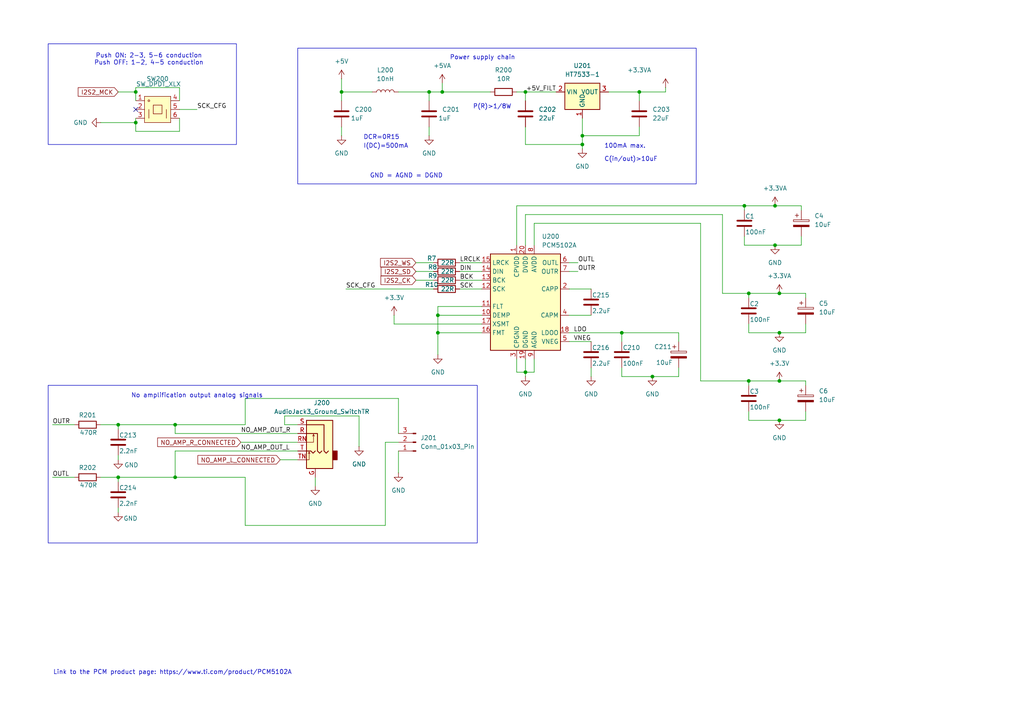
<source format=kicad_sch>
(kicad_sch (version 20231120) (generator "eeschema") (generator_version "8.0")
  (paper "A4")
  (lib_symbols
    (symbol "Audio:PCM5102A"
      (property "Reference" "U" (at -10.16 13.97 0))
      (property "Value" "PCM5102A" (at 3.81 13.97 0))
      (symbol "PCM5102A_0_1"
        (rectangle (start -10.16 12.7) (end 10.16 -15.24) (stroke (width 0.254)) (fill (type background)))
      )
      (symbol "PCM5102A_1_1"
        (pin passive line (at -2.54 15.24 270) (length 2.54) (name "CPVDD") (number "1"))
        (pin input line (at -12.7 -5.08 0) (length 2.54) (name "DEMP") (number "10"))
        (pin input line (at -12.7 -2.54 0) (length 2.54) (name "FLT") (number "11"))
        (pin input line (at -12.7 2.54 0) (length 2.54) (name "SCK") (number "12"))
        (pin input line (at -12.7 5.08 0) (length 2.54) (name "BCK") (number "13"))
        (pin input line (at -12.7 7.62 0) (length 2.54) (name "DIN") (number "14"))
        (pin input line (at -12.7 10.16 0) (length 2.54) (name "LRCK") (number "15"))
        (pin input line (at -12.7 -10.16 0) (length 2.54) (name "FMT") (number "16"))
        (pin input line (at -12.7 -7.62 0) (length 2.54) (name "XSMT") (number "17"))
        (pin passive line (at 12.7 -10.16 180) (length 2.54) (name "LDOO") (number "18"))
        (pin power_in line (at 0 -17.78 90) (length 2.54) (name "DGND") (number "19"))
        (pin passive line (at 12.7 2.54 180) (length 2.54) (name "CAPP") (number "2"))
        (pin power_in line (at 0 15.24 270) (length 2.54) (name "DVDD") (number "20"))
        (pin power_in line (at -2.54 -17.78 90) (length 2.54) (name "CPGND") (number "3"))
        (pin passive line (at 12.7 -5.08 180) (length 2.54) (name "CAPM") (number "4"))
        (pin passive line (at 12.7 -12.7 180) (length 2.54) (name "VNEG") (number "5"))
        (pin output line (at 12.7 10.16 180) (length 2.54) (name "OUTL") (number "6"))
        (pin output line (at 12.7 7.62 180) (length 2.54) (name "OUTR") (number "7"))
        (pin power_in line (at 2.54 15.24 270) (length 2.54) (name "AVDD") (number "8"))
        (pin power_in line (at 2.54 -17.78 90) (length 2.54) (name "AGND") (number "9"))
      )
    )
    (symbol "Connector:Conn_01x03_Pin" (pin_names (offset 1.016) hide)
      (property "Reference" "J" (at 0 5.08 0))
      (property "Value" "Conn_01x03_Pin" (at 0 -5.08 0))
      (symbol "Conn_01x03_Pin_1_1"
        (polyline (pts (xy 1.27 -2.54) (xy 0.8636 -2.54)) (stroke (width 0.1524)))
        (polyline (pts (xy 1.27 0) (xy 0.8636 0)) (stroke (width 0.1524)))
        (polyline (pts (xy 1.27 2.54) (xy 0.8636 2.54)) (stroke (width 0.1524)))
        (rectangle (start 0.8636 -2.413) (end 0 -2.667) (stroke (width 0.1524)) (fill (type outline)))
        (rectangle (start 0.8636 0.127) (end 0 -0.127) (stroke (width 0.1524)) (fill (type outline)))
        (rectangle (start 0.8636 2.667) (end 0 2.413) (stroke (width 0.1524)) (fill (type outline)))
        (pin passive line (at 5.08 2.54 180) (length 3.81) (name "Pin_1") (number "1"))
        (pin passive line (at 5.08 0 180) (length 3.81) (name "Pin_2") (number "2"))
        (pin passive line (at 5.08 -2.54 180) (length 3.81) (name "Pin_3") (number "3"))
      )
    )
    (symbol "Connector_Audio:AudioJack3_Ground_SwitchTR"
      (property "Reference" "J" (at 0 8.89 0))
      (property "Value" "AudioJack3_Ground_SwitchTR" (at 0 6.35 0))
      (symbol "AudioJack3_Ground_SwitchTR_0_1"
        (rectangle (start -5.08 -5.08) (end -6.35 -7.62) (stroke (width 0.254)) (fill (type outline)))
        (polyline (pts (xy 0.508 -0.254) (xy 0.762 -0.762)))
        (polyline (pts (xy 1.778 -5.334) (xy 2.032 -5.842)))
        (polyline (pts (xy 0 -5.08) (xy 0.635 -5.715) (xy 1.27 -5.08) (xy 2.54 -5.08)) (stroke (width 0.254)))
        (polyline (pts (xy 2.54 -7.62) (xy 1.778 -7.62) (xy 1.778 -5.334) (xy 1.524 -5.842)))
        (polyline (pts (xy 2.54 -2.54) (xy 0.508 -2.54) (xy 0.508 -0.254) (xy 0.254 -0.762)))
        (polyline (pts (xy -1.905 -5.08) (xy -1.27 -5.715) (xy -0.635 -5.08) (xy -0.635 0) (xy 2.54 0)) (stroke (width 0.254)))
        (polyline (pts (xy 2.54 2.54) (xy -2.54 2.54) (xy -2.54 -5.08) (xy -3.175 -5.715) (xy -3.81 -5.08)) (stroke (width 0.254)))
        (rectangle (start 2.54 3.81) (end -5.08 -10.16) (stroke (width 0.254)) (fill (type background)))
      )
      (symbol "AudioJack3_Ground_SwitchTR_1_1"
        (pin passive line (at 0 -12.7 90) (length 2.54) (name "~") (number "G"))
        (pin passive line (at 5.08 0 180) (length 2.54) (name "~") (number "R"))
        (pin passive line (at 5.08 -2.54 180) (length 2.54) (name "~") (number "RN"))
        (pin passive line (at 5.08 2.54 180) (length 2.54) (name "~") (number "S"))
        (pin passive line (at 5.08 -5.08 180) (length 2.54) (name "~") (number "T"))
        (pin passive line (at 5.08 -7.62 180) (length 2.54) (name "~") (number "TN"))
      )
    )
    (symbol "Device:C" (pin_numbers hide) (pin_names (offset 0.254))
      (property "Reference" "C" (at 0.635 2.54 0))
      (property "Value" "C" (at 0.635 -2.54 0))
      (symbol "C_0_1"
        (polyline (pts (xy -2.032 -0.762) (xy 2.032 -0.762)) (stroke (width 0.508)))
        (polyline (pts (xy -2.032 0.762) (xy 2.032 0.762)) (stroke (width 0.508)))
      )
      (symbol "C_1_1"
        (pin passive line (at 0 3.81 270) (length 2.794) (name "~") (number "1"))
        (pin passive line (at 0 -3.81 90) (length 2.794) (name "~") (number "2"))
      )
    )
    (symbol "Device:C_Polarized" (pin_numbers hide) (pin_names (offset 0.254))
      (property "Reference" "C" (at 0.635 2.54 0))
      (property "Value" "C_Polarized" (at 0.635 -2.54 0))
      (symbol "C_Polarized_0_1"
        (rectangle (start -2.286 0.508) (end 2.286 1.016))
        (polyline (pts (xy -1.778 2.286) (xy -0.762 2.286)))
        (polyline (pts (xy -1.27 2.794) (xy -1.27 1.778)))
        (rectangle (start 2.286 -0.508) (end -2.286 -1.016) (fill (type outline)))
      )
      (symbol "C_Polarized_1_1"
        (pin passive line (at 0 3.81 270) (length 2.794) (name "~") (number "1"))
        (pin passive line (at 0 -3.81 90) (length 2.794) (name "~") (number "2"))
      )
    )
    (symbol "Device:L" (pin_numbers hide) (pin_names (offset 1.016) hide)
      (property "Reference" "L" (at -1.27 0 90))
      (property "Value" "L" (at 1.905 0 90))
      (symbol "L_0_1"
        (arc (start 0 -2.54) (mid 0.6323 -1.905) (end 0 -1.27))
        (arc (start 0 -1.27) (mid 0.6323 -0.635) (end 0 0))
        (arc (start 0 0) (mid 0.6323 0.635) (end 0 1.27))
        (arc (start 0 1.27) (mid 0.6323 1.905) (end 0 2.54))
      )
      (symbol "L_1_1"
        (pin passive line (at 0 3.81 270) (length 1.27) (name "1") (number "1"))
        (pin passive line (at 0 -3.81 90) (length 1.27) (name "2") (number "2"))
      )
    )
    (symbol "Device:R" (pin_numbers hide) (pin_names (offset 0))
      (property "Reference" "R" (at 2.032 0 90))
      (property "Value" "R" (at 0 0 90))
      (symbol "R_0_1"
        (rectangle (start -1.016 -2.54) (end 1.016 2.54) (stroke (width 0.254)))
      )
      (symbol "R_1_1"
        (pin passive line (at 0 3.81 270) (length 1.27) (name "~") (number "1"))
        (pin passive line (at 0 -3.81 90) (length 1.27) (name "~") (number "2"))
      )
    )
    (symbol "Regulator_Linear:HT75xx-1-SOT89"
      (property "Reference" "U" (at -5.08 -3.81 0))
      (property "Value" "HT75xx-1-SOT89" (at 0 6.35 0))
      (symbol "HT75xx-1-SOT89_0_1"
        (rectangle (start -5.08 5.08) (end 5.08 -2.54) (stroke (width 0.254)) (fill (type background)))
      )
      (symbol "HT75xx-1-SOT89_1_1"
        (pin power_in line (at 0 -5.08 90) (length 2.54) (name "GND") (number "1"))
        (pin power_in line (at -7.62 2.54 0) (length 2.54) (name "VIN") (number "2"))
        (pin power_out line (at 7.62 2.54 180) (length 2.54) (name "VOUT") (number "3"))
      )
    )
    (symbol "power:+3.3V" (power) (pin_numbers hide) (pin_names (offset 0) hide)
      (property "Value" "+3.3V" (at 0 3.556 0))
      (symbol "+3.3V_0_1"
        (polyline (pts (xy -0.762 1.27) (xy 0 2.54)))
        (polyline (pts (xy 0 0) (xy 0 2.54)))
        (polyline (pts (xy 0 2.54) (xy 0.762 1.27)))
      )
      (symbol "+3.3V_1_1"
        (pin power_in line (at 0 0 90) (length 0) (name "~") (number "1"))
      )
    )
    (symbol "power:+3.3VA" (power) (pin_numbers hide) (pin_names (offset 0) hide)
      (property "Value" "+3.3VA" (at 0 3.556 0))
      (symbol "+3.3VA_0_1"
        (polyline (pts (xy -0.762 1.27) (xy 0 2.54)))
        (polyline (pts (xy 0 0) (xy 0 2.54)))
        (polyline (pts (xy 0 2.54) (xy 0.762 1.27)))
      )
      (symbol "+3.3VA_1_1"
        (pin power_in line (at 0 0 90) (length 0) (name "~") (number "1"))
      )
    )
    (symbol "power:+5V" (power) (pin_numbers hide) (pin_names (offset 0) hide)
      (property "Value" "+5V" (at 0 3.556 0))
      (symbol "+5V_0_1"
        (polyline (pts (xy -0.762 1.27) (xy 0 2.54)))
        (polyline (pts (xy 0 0) (xy 0 2.54)))
        (polyline (pts (xy 0 2.54) (xy 0.762 1.27)))
      )
      (symbol "+5V_1_1"
        (pin power_in line (at 0 0 90) (length 0) (name "~") (number "1"))
      )
    )
    (symbol "power:+5VA" (power) (pin_numbers hide) (pin_names (offset 0) hide)
      (property "Value" "+5VA" (at 0 3.556 0))
      (symbol "+5VA_0_1"
        (polyline (pts (xy -0.762 1.27) (xy 0 2.54)))
        (polyline (pts (xy 0 0) (xy 0 2.54)))
        (polyline (pts (xy 0 2.54) (xy 0.762 1.27)))
      )
      (symbol "+5VA_1_1"
        (pin power_in line (at 0 0 90) (length 0) (name "~") (number "1"))
      )
    )
    (symbol "power:GND" (power) (pin_numbers hide) (pin_names (offset 0) hide)
      (property "Value" "GND" (at 0 -3.81 0))
      (symbol "GND_0_1"
        (polyline (pts (xy 0 0) (xy 0 -1.27) (xy 1.27 -1.27) (xy 0 -2.54) (xy -1.27 -1.27) (xy 0 -1.27)))
      )
      (symbol "GND_1_1"
        (pin power_in line (at 0 0 270) (length 0) (name "~") (number "1"))
      )
    )
    (symbol "stm32f401_pcm5102_shiled_lib:SW_DPDT_XLX" (pin_names (offset 1.016))
      (property "Reference" "U" (at 0 5.08 0))
      (property "Value" "SW_DPDT_XLX" (at 0 2.54 0))
      (symbol "SW_DPDT_XLX_0_1"
        (rectangle (start -3.81 0) (end 3.81 -7.62) (fill (type background)))
        (circle (center -2.54 -1.27) (radius 0.254))
        (polyline (pts (xy -2.54 -3.81) (xy -2.54 -6.35)))
        (polyline (pts (xy 2.54 -3.81) (xy 2.54 -6.35)))
        (polyline (pts (xy -1.27 -2.54) (xy 1.27 -2.54) (xy 1.27 -5.08) (xy -1.27 -5.08) (xy -1.27 -2.54)))
      )
      (symbol "SW_DPDT_XLX_1_1"
        (pin passive line (at -6.35 -1.27 0) (length 2.54) (name "~") (number "1"))
        (pin passive line (at -6.35 -3.81 0) (length 2.54) (name "~") (number "2"))
        (pin passive line (at -6.35 -6.35 0) (length 2.54) (name "~") (number "3"))
        (pin passive line (at 6.35 -1.27 180) (length 2.54) (name "~") (number "4"))
        (pin passive line (at 6.35 -3.81 180) (length 2.54) (name "~") (number "5"))
        (pin passive line (at 6.35 -6.35 180) (length 2.54) (name "~") (number "6"))
      )
    )
  )
  (junction (at 217.17 85.09))
  (junction (at 127 91.44))
  (junction (at 124.46 26.67))
  (junction (at 226.06 121.92))
  (junction (at 168.91 41.91))
  (junction (at 185.42 26.67))
  (junction (at 152.4 26.67))
  (junction (at 180.34 96.52))
  (junction (at 152.4 107.95))
  (junction (at 226.06 85.09))
  (junction (at 50.8 138.43))
  (junction (at 226.06 96.52))
  (junction (at 50.8 123.19))
  (junction (at 224.79 59.69))
  (junction (at 168.91 39.37))
  (junction (at 34.29 123.19))
  (junction (at 215.9 59.69))
  (junction (at 39.37 26.67))
  (junction (at 224.79 71.12))
  (junction (at 128.27 26.67))
  (junction (at 39.37 35.56))
  (junction (at 217.17 110.49))
  (junction (at 127 96.52))
  (junction (at 99.06 26.67))
  (junction (at 226.06 110.49))
  (junction (at 34.29 138.43))
  (junction (at 189.23 109.22))
  (no_connect (at 39.37 31.75))
  (wire (pts (xy 168.91 41.91) (xy 168.91 43.18)))
  (wire (pts (xy 149.86 26.67) (xy 152.4 26.67)))
  (wire (pts (xy 71.12 115.57) (xy 115.57 115.57)))
  (wire (pts (xy 39.37 29.21) (xy 39.37 26.67)))
  (wire (pts (xy 217.17 121.92) (xy 226.06 121.92)))
  (wire (pts (xy 81.28 133.35) (xy 86.36 133.35)))
  (wire (pts (xy 50.8 123.19) (xy 71.12 123.19)))
  (wire (pts (xy 149.86 59.69) (xy 215.9 59.69)))
  (wire (pts (xy 82.55 120.65) (xy 104.14 120.65)))
  (wire (pts (xy 196.85 96.52) (xy 196.85 99.06)))
  (wire (pts (xy 91.44 138.43) (xy 91.44 140.97)))
  (wire (pts (xy 34.29 132.08) (xy 34.29 133.35)))
  (wire (pts (xy 50.8 130.81) (xy 86.36 130.81)))
  (wire (pts (xy 154.94 104.14) (xy 154.94 107.95)))
  (wire (pts (xy 168.91 34.29) (xy 168.91 39.37)))
  (wire (pts (xy 39.37 38.1) (xy 52.07 38.1)))
  (wire (pts (xy 99.06 39.37) (xy 99.06 36.83)))
  (wire (pts (xy 114.3 93.98) (xy 139.7 93.98)))
  (wire (pts (xy 133.35 76.2) (xy 139.7 76.2)))
  (wire (pts (xy 154.94 64.77) (xy 203.2 64.77)))
  (wire (pts (xy 152.4 36.83) (xy 152.4 41.91)))
  (wire (pts (xy 215.9 71.12) (xy 224.79 71.12)))
  (wire (pts (xy 185.42 39.37) (xy 185.42 36.83)))
  (wire (pts (xy 50.8 125.73) (xy 86.36 125.73)))
  (wire (pts (xy 34.29 147.32) (xy 34.29 148.59)))
  (wire (pts (xy 193.04 25.4) (xy 193.04 26.67)))
  (wire (pts (xy 149.86 104.14) (xy 149.86 107.95)))
  (wire (pts (xy 152.4 109.22) (xy 152.4 107.95)))
  (wire (pts (xy 86.36 123.19) (xy 82.55 123.19)))
  (wire (pts (xy 217.17 96.52) (xy 217.17 93.98)))
  (wire (pts (xy 152.4 62.23) (xy 209.55 62.23)))
  (wire (pts (xy 180.34 96.52) (xy 196.85 96.52)))
  (wire (pts (xy 99.06 26.67) (xy 99.06 29.21)))
  (wire (pts (xy 165.1 91.44) (xy 171.45 91.44)))
  (wire (pts (xy 50.8 123.19) (xy 50.8 125.73)))
  (wire (pts (xy 209.55 62.23) (xy 209.55 85.09)))
  (wire (pts (xy 39.37 34.29) (xy 39.37 35.56)))
  (wire (pts (xy 39.37 25.4) (xy 52.07 25.4)))
  (wire (pts (xy 168.91 39.37) (xy 185.42 39.37)))
  (wire (pts (xy 71.12 138.43) (xy 71.12 152.4)))
  (wire (pts (xy 180.34 96.52) (xy 180.34 99.06)))
  (wire (pts (xy 226.06 85.09) (xy 233.68 85.09)))
  (wire (pts (xy 180.34 109.22) (xy 189.23 109.22)))
  (wire (pts (xy 217.17 85.09) (xy 226.06 85.09)))
  (wire (pts (xy 127 96.52) (xy 139.7 96.52)))
  (wire (pts (xy 152.4 107.95) (xy 154.94 107.95)))
  (wire (pts (xy 111.76 128.27) (xy 115.57 128.27)))
  (wire (pts (xy 224.79 59.69) (xy 232.41 59.69)))
  (wire (pts (xy 39.37 35.56) (xy 39.37 38.1)))
  (wire (pts (xy 100.33 83.82) (xy 125.73 83.82)))
  (wire (pts (xy 120.65 78.74) (xy 125.73 78.74)))
  (wire (pts (xy 196.85 109.22) (xy 196.85 106.68)))
  (wire (pts (xy 127 91.44) (xy 127 96.52)))
  (wire (pts (xy 50.8 138.43) (xy 71.12 138.43)))
  (wire (pts (xy 52.07 25.4) (xy 52.07 29.21)))
  (wire (pts (xy 39.37 26.67) (xy 39.37 25.4)))
  (wire (pts (xy 217.17 85.09) (xy 217.17 86.36)))
  (wire (pts (xy 104.14 120.65) (xy 104.14 129.54)))
  (wire (pts (xy 133.35 83.82) (xy 139.7 83.82)))
  (wire (pts (xy 226.06 121.92) (xy 233.68 121.92)))
  (wire (pts (xy 29.21 138.43) (xy 34.29 138.43)))
  (wire (pts (xy 34.29 138.43) (xy 50.8 138.43)))
  (wire (pts (xy 226.06 110.49) (xy 233.68 110.49)))
  (wire (pts (xy 185.42 26.67) (xy 193.04 26.67)))
  (wire (pts (xy 111.76 152.4) (xy 111.76 128.27)))
  (wire (pts (xy 29.21 123.19) (xy 34.29 123.19)))
  (wire (pts (xy 124.46 29.21) (xy 124.46 26.67)))
  (wire (pts (xy 52.07 38.1) (xy 52.07 34.29)))
  (wire (pts (xy 185.42 29.21) (xy 185.42 26.67)))
  (wire (pts (xy 161.29 26.67) (xy 152.4 26.67)))
  (wire (pts (xy 133.35 81.28) (xy 139.7 81.28)))
  (wire (pts (xy 124.46 26.67) (xy 128.27 26.67)))
  (wire (pts (xy 128.27 26.67) (xy 142.24 26.67)))
  (wire (pts (xy 232.41 71.12) (xy 232.41 68.58)))
  (wire (pts (xy 215.9 59.69) (xy 224.79 59.69)))
  (wire (pts (xy 180.34 109.22) (xy 180.34 106.68)))
  (wire (pts (xy 168.91 39.37) (xy 168.91 41.91)))
  (wire (pts (xy 34.29 138.43) (xy 34.29 139.7)))
  (wire (pts (xy 154.94 64.77) (xy 154.94 71.12)))
  (wire (pts (xy 165.1 76.2) (xy 167.64 76.2)))
  (wire (pts (xy 127 96.52) (xy 127 102.87)))
  (wire (pts (xy 152.4 26.67) (xy 152.4 29.21)))
  (wire (pts (xy 165.1 83.82) (xy 171.45 83.82)))
  (wire (pts (xy 29.21 35.56) (xy 39.37 35.56)))
  (wire (pts (xy 120.65 76.2) (xy 125.73 76.2)))
  (wire (pts (xy 34.29 123.19) (xy 50.8 123.19)))
  (wire (pts (xy 168.91 41.91) (xy 152.4 41.91)))
  (wire (pts (xy 217.17 110.49) (xy 217.17 111.76)))
  (wire (pts (xy 233.68 96.52) (xy 233.68 93.98)))
  (wire (pts (xy 34.29 26.67) (xy 39.37 26.67)))
  (wire (pts (xy 165.1 78.74) (xy 167.64 78.74)))
  (wire (pts (xy 15.24 123.19) (xy 21.59 123.19)))
  (wire (pts (xy 189.23 109.22) (xy 196.85 109.22)))
  (wire (pts (xy 217.17 121.92) (xy 217.17 119.38)))
  (wire (pts (xy 133.35 78.74) (xy 139.7 78.74)))
  (wire (pts (xy 69.85 128.27) (xy 86.36 128.27)))
  (wire (pts (xy 127 88.9) (xy 139.7 88.9)))
  (wire (pts (xy 217.17 110.49) (xy 226.06 110.49)))
  (wire (pts (xy 165.1 96.52) (xy 180.34 96.52)))
  (wire (pts (xy 99.06 22.86) (xy 99.06 26.67)))
  (wire (pts (xy 115.57 26.67) (xy 124.46 26.67)))
  (wire (pts (xy 233.68 85.09) (xy 233.68 86.36)))
  (wire (pts (xy 217.17 96.52) (xy 226.06 96.52)))
  (wire (pts (xy 152.4 62.23) (xy 152.4 71.12)))
  (wire (pts (xy 149.86 59.69) (xy 149.86 71.12)))
  (wire (pts (xy 71.12 152.4) (xy 111.76 152.4)))
  (wire (pts (xy 115.57 115.57) (xy 115.57 125.73)))
  (wire (pts (xy 82.55 123.19) (xy 82.55 120.65)))
  (wire (pts (xy 215.9 71.12) (xy 215.9 68.58)))
  (wire (pts (xy 171.45 106.68) (xy 171.45 109.22)))
  (wire (pts (xy 233.68 110.49) (xy 233.68 111.76)))
  (wire (pts (xy 203.2 110.49) (xy 217.17 110.49)))
  (wire (pts (xy 99.06 26.67) (xy 107.95 26.67)))
  (wire (pts (xy 114.3 91.44) (xy 114.3 93.98)))
  (wire (pts (xy 226.06 96.52) (xy 233.68 96.52)))
  (wire (pts (xy 124.46 39.37) (xy 124.46 36.83)))
  (wire (pts (xy 209.55 85.09) (xy 217.17 85.09)))
  (wire (pts (xy 52.07 31.75) (xy 57.15 31.75)))
  (wire (pts (xy 128.27 24.13) (xy 128.27 26.67)))
  (wire (pts (xy 50.8 138.43) (xy 50.8 130.81)))
  (wire (pts (xy 120.65 81.28) (xy 125.73 81.28)))
  (wire (pts (xy 203.2 64.77) (xy 203.2 110.49)))
  (wire (pts (xy 34.29 123.19) (xy 34.29 124.46)))
  (wire (pts (xy 224.79 71.12) (xy 232.41 71.12)))
  (wire (pts (xy 176.53 26.67) (xy 185.42 26.67)))
  (wire (pts (xy 233.68 121.92) (xy 233.68 119.38)))
  (wire (pts (xy 232.41 59.69) (xy 232.41 60.96)))
  (wire (pts (xy 152.4 107.95) (xy 149.86 107.95)))
  (wire (pts (xy 127 91.44) (xy 139.7 91.44)))
  (wire (pts (xy 152.4 104.14) (xy 152.4 107.95)))
  (wire (pts (xy 215.9 59.69) (xy 215.9 60.96)))
  (wire (pts (xy 15.24 138.43) (xy 21.59 138.43)))
  (wire (pts (xy 115.57 130.81) (xy 115.57 137.16)))
  (wire (pts (xy 71.12 123.19) (xy 71.12 115.57)))
  (wire (pts (xy 127 88.9) (xy 127 91.44)))
  (wire (pts (xy 165.1 99.06) (xy 171.45 99.06)))
  (rectangle (start 13.97 12.7) (end 68.58 41.91))
  (rectangle (start 13.97 111.76) (end 138.43 157.48))
  (rectangle (start 86.36 13.97) (end 201.93 53.34))
  (text "100mA max." (at 175.26 43.18 0) (effects (font (size 1.27 1.27)) (justify left bottom)))
  (text "GND = AGND = DGND" (at 117.856 51.054 0) (effects (font (size 1.27 1.27))))
  (text "DCR=0R15" (at 105.41 40.64 0) (effects (font (size 1.27 1.27)) (justify left bottom)))
  (text "C(in/out)>10uF" (at 175.26 46.99 0) (effects (font (size 1.27 1.27)) (justify left bottom)))
  (text "Push ON: 2-3, 5-6 conduction\nPush OFF: 1-2, 4-5 conduction" (at 43.18 17.272 0) (effects (font (size 1.27 1.27))))
  (text "Link to the PCM product page: https://www.ti.com/product/PCM5102A" (at 50.038 195.072 0) (effects (font (size 1.27 1.27))))
  (text "P(R)>1/8W" (at 137.16 31.75 0) (effects (font (size 1.27 1.27)) (justify left bottom)))
  (text "I(DC)=500mA" (at 105.41 43.18 0) (effects (font (size 1.27 1.27)) (justify left bottom)))
  (text "No amplification output analog signals" (at 57.15 114.808 0) (effects (font (size 1.27 1.27))))
  (text "Power supply chain" (at 139.954 16.764 0) (effects (font (size 1.27 1.27))))
  (label "SCK_CFG" (at 100.33 83.82 0))
  (label "NO_AMP_OUT_L" (at 69.85 130.81 0))
  (label "DIN" (at 133.35 78.74 0))
  (label "+5V_FILT" (at 161.29 26.67 180))
  (label "LRCLK" (at 133.35 76.2 0))
  (label "SCK" (at 133.35 83.82 0))
  (label "BCK" (at 133.35 81.28 0))
  (label "NO_AMP_OUT_R" (at 69.85 125.73 0))
  (label "OUTL" (at 15.24 138.43 0))
  (label "SCK_CFG" (at 57.15 31.75 0))
  (label "OUTR" (at 15.24 123.19 0))
  (label "OUTL" (at 167.64 76.2 0))
  (label "OUTR" (at 167.64 78.74 0))
  (label "LDO" (at 166.37 96.52 0))
  (label "VNEG" (at 166.37 99.06 0))
  (global_label "I2S2_CK" (shape input) (at 120.65 81.28 180) (property "Intersheetrefs" "${INTERSHEET_REFS}" (effects (hide yes))))
  (global_label "NO_AMP_R_CONNECTED" (shape input) (at 69.85 128.27 180) (property "Intersheetrefs" "${INTERSHEET_REFS}" (effects (hide yes))))
  (global_label "I2S2_SD" (shape input) (at 120.65 78.74 180) (property "Intersheetrefs" "${INTERSHEET_REFS}" (effects (hide yes))))
  (global_label "I2S2_WS" (shape input) (at 120.65 76.2 180) (property "Intersheetrefs" "${INTERSHEET_REFS}" (effects (hide yes))))
  (global_label "I2S2_MCK" (shape input) (at 34.29 26.67 180) (property "Intersheetrefs" "${INTERSHEET_REFS}" (effects (hide yes))))
  (global_label "NO_AMP_L_CONNECTED" (shape input) (at 81.28 133.35 180) (property "Intersheetrefs" "${INTERSHEET_REFS}" (effects (hide yes))))
  (symbol (lib_id "Device:C") (at 217.17 90.17 0) (unit 1)
    (property "Reference" "C2" (at 217.424 88.138 0) (effects (justify left)))
    (property "Value" "100nF" (at 217.424 92.71 0) (effects (justify left)))
    (property "Footprint" "Capacitor_SMD:C_0402_1005Metric" (effects (hide yes)))
    (property "Description" "Unpolarized capacitor" (effects (hide yes)))
    (property "Manufacturer" "Samsung Electro-Mechanics" (effects (hide yes)))
    (property "Manufacturer Part Number" "CL05B104KO5NNNC" (effects (hide yes)))
  )
  (symbol (lib_id "power:+5V") (at 99.06 22.86 0) (unit 1)
    (property "Reference" "#PWR014" (effects (hide yes)))
    (property "Value" "+5V" (at 99.06 17.78 0))
    (property "Description" "Power symbol creates a global label with name \"+5V\"" (effects (hide yes)))
  )
  (symbol (lib_id "stm32f401_pcm5102_shiled_lib:SW_DPDT_XLX") (at 45.72 27.94 0) (unit 1)
    (property "Reference" "SW200" (at 45.72 22.86 0))
    (property "Value" "SW_DPDT_XLX" (at 45.974 24.384 0))
    (property "Footprint" "stm32f401_pcm5102_shiled_lib:SW_DPDT_XLX" (effects (hide yes)))
    (property "Manufacturer" "SHOU HAN" (effects (hide yes)))
    (property "Manufacturer Part Number" "8-8 ZS" (effects (hide yes)))
  )
  (symbol (lib_id "Device:C") (at 152.4 33.02 0) (unit 1)
    (property "Reference" "C202" (at 156.21 31.75 0) (effects (justify left)))
    (property "Value" "22uF" (at 156.21 34.29 0) (effects (justify left)))
    (property "Footprint" "Capacitor_SMD:C_0805_2012Metric" (effects (hide yes)))
    (property "LCSC link" "https://www.lcsc.com/product-detail/Multilayer-Ceramic-Capacitors-MLCC-SMD-SMT_Samwha-Capacitor-CS2012X5R226M160NRE_C2918507.html" (effects (hide yes)))
    (property "Manufacturer" "Samsung Electro-Mechanics" (effects (hide yes)))
    (property "Manufacturer Part Number" "CL21A226MQQNNNE" (effects (hide yes)))
  )
  (symbol (lib_id "power:GND") (at 189.23 109.22 0) (unit 1)
    (property "Reference" "#PWR035" (effects (hide yes)))
    (property "Value" "GND" (at 189.23 114.3 0))
    (property "Description" "Power symbol creates a global label with name \"GND\" , ground" (effects (hide yes)))
  )
  (symbol (lib_id "power:GND") (at 29.21 35.56 270) (unit 1)
    (property "Reference" "#PWR01" (effects (hide yes)))
    (property "Value" "GND" (at 25.4 35.5599 90) (effects (justify right)))
    (property "Description" "Power symbol creates a global label with name \"GND\" , ground" (effects (hide yes)))
  )
  (symbol (lib_id "Device:C") (at 180.34 102.87 0) (unit 1)
    (property "Reference" "C210" (at 180.594 100.838 0) (effects (justify left)))
    (property "Value" "100nF" (at 180.594 105.41 0) (effects (justify left)))
    (property "Footprint" "Capacitor_SMD:C_0402_1005Metric" (effects (hide yes)))
    (property "Description" "Unpolarized capacitor" (effects (hide yes)))
    (property "Manufacturer" "Samsung Electro-Mechanics" (effects (hide yes)))
    (property "Manufacturer Part Number" "CL05B104KO5NNNC" (effects (hide yes)))
  )
  (symbol (lib_id "Device:C_Polarized") (at 233.68 90.17 0) (unit 1)
    (property "Reference" "C5" (at 237.49 88.0109 0) (effects (justify left)))
    (property "Value" "10uF" (at 237.49 90.5509 0) (effects (justify left)))
    (property "Footprint" "Capacitor_Tantalum_SMD:CP_EIA-3216-18_Kemet-A" (effects (hide yes)))
    (property "Description" "Polarized capacitor" (effects (hide yes)))
    (property "Manufacturer" "Kyocera AVX" (effects (hide yes)))
    (property "Manufacturer Part Number" "TAJA106K016RNJ" (effects (hide yes)))
  )
  (symbol (lib_id "Device:C") (at 124.46 33.02 0) (mirror y) (unit 1)
    (property "Reference" "C201" (at 133.35 31.75 0) (effects (justify left)))
    (property "Value" "1uF" (at 130.81 34.29 0) (effects (justify left)))
    (property "Footprint" "Capacitor_SMD:C_0805_2012Metric" (effects (hide yes)))
    (property "LCSC link" "https://www.lcsc.com/product-detail/Multilayer-Ceramic-Capacitors-MLCC-SMD-SMT_Samwha-Capacitor-CS1608Y5V105Z160NRB_C5189821.html" (effects (hide yes)))
    (property "Manufacturer" "Samsung Electro-Mechanics" (effects (hide yes)))
    (property "Manufacturer Part Number" "CL21B105KBFNNNE" (effects (hide yes)))
  )
  (symbol (lib_id "Device:C") (at 185.42 33.02 0) (unit 1)
    (property "Reference" "C203" (at 189.23 31.75 0) (effects (justify left)))
    (property "Value" "22uF" (at 189.23 34.29 0) (effects (justify left)))
    (property "Footprint" "Capacitor_SMD:C_0805_2012Metric" (effects (hide yes)))
    (property "LCSC link" "https://www.lcsc.com/product-detail/Multilayer-Ceramic-Capacitors-MLCC-SMD-SMT_Samwha-Capacitor-CS2012X5R226M160NRE_C2918507.html" (effects (hide yes)))
    (property "Manufacturer" "Samsung Electro-Mechanics" (effects (hide yes)))
    (property "Manufacturer Part Number" "CL21A226MQQNNNE" (effects (hide yes)))
  )
  (symbol (lib_id "Device:C") (at 171.45 87.63 0) (unit 1)
    (property "Reference" "C215" (at 171.704 85.598 0) (effects (justify left)))
    (property "Value" "2.2uF" (at 171.704 90.17 0) (effects (justify left)))
    (property "Footprint" "Capacitor_SMD:C_0805_2012Metric" (effects (hide yes)))
    (property "Description" "Unpolarized capacitor" (effects (hide yes)))
    (property "Manufacturer" "Samsung Electro-Mechanics" (effects (hide yes)))
    (property "Manufacturer Part Number" "CL21B225KAFNNNE" (effects (hide yes)))
  )
  (symbol (lib_id "power:+3.3V") (at 226.06 110.49 0) (unit 1)
    (property "Reference" "#PWR033" (effects (hide yes)))
    (property "Value" "+3.3V" (at 226.06 105.41 0))
    (property "Description" "Power symbol creates a global label with name \"+3.3V\"" (effects (hide yes)))
  )
  (symbol (lib_id "power:+3.3VA") (at 224.79 59.69 0) (unit 1)
    (property "Reference" "#PWR029" (effects (hide yes)))
    (property "Value" "+3.3VA" (at 224.79 54.61 0))
    (property "Description" "Power symbol creates a global label with name \"+3.3VA\"" (effects (hide yes)))
  )
  (symbol (lib_id "Device:R") (at 146.05 26.67 270) (unit 1)
    (property "Reference" "R200" (at 146.05 20.32 90))
    (property "Value" "10R" (at 146.05 22.86 90))
    (property "Footprint" "Resistor_SMD:R_0805_2012Metric" (effects (hide yes)))
    (property "LCSC link" "https://www.lcsc.com/product-detail/Chip-Resistor-Surface-Mount_UNI-ROYAL-Uniroyal-Elec-0805W8F100JT5E_C17415.html" (effects (hide yes)))
    (property "Manufacturer" "UNI-ROYAL(Uniroyal Elec)" (effects (hide yes)))
    (property "Manufacturer Part Number" "0805W8F100JT5E" (effects (hide yes)))
  )
  (symbol (lib_id "Device:R") (at 129.54 81.28 90) (unit 1)
    (property "Reference" "R9" (at 125.476 80.01 90))
    (property "Value" "22R" (at 129.794 81.28 90))
    (property "Footprint" "Resistor_SMD:R_0805_2012Metric" (effects (hide yes)))
    (property "Description" "Resistor" (effects (hide yes)))
    (property "Manufacturer" "UNI-ROYAL(Uniroyal Elec)" (effects (hide yes)))
    (property "Manufacturer Part Number" "0805W8F220JT5E" (effects (hide yes)))
  )
  (symbol (lib_id "Regulator_Linear:HT75xx-1-SOT89") (at 168.91 29.21 0) (unit 1)
    (property "Reference" "U201" (at 168.91 19.05 0))
    (property "Value" "HT7533-1" (at 168.91 21.59 0))
    (property "Footprint" "Package_TO_SOT_SMD:SOT-89-3" (effects (hide yes)))
    (property "Datasheet" "https://www.holtek.com/documents/10179/116711/HT75xx-1v250.pdf" (effects (hide yes)))
    (property "LCSC link" "https://www.lcsc.com/product-detail/Voltage-Regulators-Linear-Low-Drop-Out-LDO-Regulators_Holtek-Semicon-HT7533-1_C14289.html" (effects (hide yes)))
    (property "Manufacturer" "Holtek Semicon" (effects (hide yes)))
    (property "Manufacturer Part Number" "HT7533-1 " (effects (hide yes)))
  )
  (symbol (lib_id "Device:C_Polarized") (at 232.41 64.77 0) (unit 1)
    (property "Reference" "C4" (at 236.22 62.6109 0) (effects (justify left)))
    (property "Value" "10uF" (at 236.22 65.1509 0) (effects (justify left)))
    (property "Footprint" "Capacitor_Tantalum_SMD:CP_EIA-3216-18_Kemet-A" (effects (hide yes)))
    (property "Description" "Polarized capacitor" (effects (hide yes)))
    (property "Manufacturer" "Kyocera AVX" (effects (hide yes)))
    (property "Manufacturer Part Number" "TAJA106K016RNJ" (effects (hide yes)))
  )
  (symbol (lib_id "power:GND") (at 91.44 140.97 0) (mirror y) (unit 1)
    (property "Reference" "#PWR036" (effects (hide yes)))
    (property "Value" "GND" (at 91.44 146.05 0))
    (property "Description" "Power symbol creates a global label with name \"GND\" , ground" (effects (hide yes)))
  )
  (symbol (lib_id "Device:R") (at 129.54 83.82 90) (unit 1)
    (property "Reference" "R10" (at 125.222 82.55 90))
    (property "Value" "22R" (at 129.794 83.82 90))
    (property "Footprint" "Resistor_SMD:R_0805_2012Metric" (effects (hide yes)))
    (property "Description" "Resistor" (effects (hide yes)))
    (property "Manufacturer" "UNI-ROYAL(Uniroyal Elec)" (effects (hide yes)))
    (property "Manufacturer Part Number" "0805W8F220JT5E" (effects (hide yes)))
  )
  (symbol (lib_id "power:GND") (at 34.29 148.59 0) (unit 1)
    (property "Reference" "#PWR028" (effects (hide yes)))
    (property "Value" "GND" (at 37.846 150.368 0))
    (property "Description" "Power symbol creates a global label with name \"GND\" , ground" (effects (hide yes)))
  )
  (symbol (lib_id "Device:C_Polarized") (at 196.85 102.87 0) (unit 1)
    (property "Reference" "C211" (at 189.738 100.584 0) (effects (justify left)))
    (property "Value" "10uF" (at 190.246 105.156 0) (effects (justify left)))
    (property "Footprint" "Capacitor_Tantalum_SMD:CP_EIA-3216-18_Kemet-A" (effects (hide yes)))
    (property "Description" "Polarized capacitor" (effects (hide yes)))
    (property "Manufacturer" "Kyocera AVX" (effects (hide yes)))
    (property "Manufacturer Part Number" "TAJA106K016RNJ" (effects (hide yes)))
  )
  (symbol (lib_id "Device:C_Polarized") (at 233.68 115.57 0) (unit 1)
    (property "Reference" "C6" (at 237.49 113.4109 0) (effects (justify left)))
    (property "Value" "10uF" (at 237.49 115.9509 0) (effects (justify left)))
    (property "Footprint" "Capacitor_Tantalum_SMD:CP_EIA-3216-18_Kemet-A" (effects (hide yes)))
    (property "Description" "Polarized capacitor" (effects (hide yes)))
    (property "Manufacturer" "Kyocera AVX" (effects (hide yes)))
    (property "Manufacturer Part Number" "TAJA106K016RNJ" (effects (hide yes)))
  )
  (symbol (lib_id "Device:C") (at 34.29 143.51 0) (unit 1)
    (property "Reference" "C214" (at 34.544 141.478 0) (effects (justify left)))
    (property "Value" "2.2nF" (at 34.544 146.05 0) (effects (justify left)))
    (property "Footprint" "Capacitor_SMD:C_0805_2012Metric" (effects (hide yes)))
    (property "Description" "Unpolarized capacitor" (effects (hide yes)))
    (property "Manufacturer" "Samsung Electro-Mechanics" (effects (hide yes)))
    (property "Manufacturer Part Number" "CL21C222JBFNNNE" (effects (hide yes)))
  )
  (symbol (lib_id "Connector_Audio:AudioJack3_Ground_SwitchTR") (at 91.44 125.73 0) (mirror y) (unit 1)
    (property "Reference" "J200" (at 93.345 116.84 0))
    (property "Value" "AudioJack3_Ground_SwitchTR" (at 93.345 119.38 0))
    (property "Footprint" "stm32f401_pcm5102_shiled_lib:AudioJack_3.5mm_PJ311" (effects (hide yes)))
    (property "Description" "Audio Jack, 3 Poles (Stereo / TRS), Grounded Sleeve, Switched TR Poles (Normalling)" (effects (hide yes)))
    (property "Aliexpress link" "https://www.aliexpress.com/item/1005007713245018.html" (effects (hide yes)))
  )
  (symbol (lib_id "power:GND") (at 99.06 39.37 0) (unit 1)
    (property "Reference" "#PWR015" (effects (hide yes)))
    (property "Value" "GND" (at 99.06 44.45 0))
    (property "Description" "Power symbol creates a global label with name \"GND\" , ground" (effects (hide yes)))
  )
  (symbol (lib_id "power:GND") (at 124.46 39.37 0) (unit 1)
    (property "Reference" "#PWR018" (effects (hide yes)))
    (property "Value" "GND" (at 124.46 44.45 0))
    (property "Description" "Power symbol creates a global label with name \"GND\" , ground" (effects (hide yes)))
  )
  (symbol (lib_id "Device:C") (at 217.17 115.57 0) (unit 1)
    (property "Reference" "C3" (at 217.424 113.538 0) (effects (justify left)))
    (property "Value" "100nF" (at 217.424 118.11 0) (effects (justify left)))
    (property "Footprint" "Capacitor_SMD:C_0402_1005Metric" (effects (hide yes)))
    (property "Description" "Unpolarized capacitor" (effects (hide yes)))
    (property "Manufacturer" "Samsung Electro-Mechanics" (effects (hide yes)))
    (property "Manufacturer Part Number" "CL05B104KO5NNNC" (effects (hide yes)))
  )
  (symbol (lib_id "Audio:PCM5102A") (at 152.4 86.36 0) (unit 1)
    (property "Reference" "U200" (at 157.1341 68.58 0) (effects (justify left)))
    (property "Value" "PCM5102A" (at 157.1341 71.12 0) (effects (justify left)))
    (property "Footprint" "Package_SO:TSSOP-20_4.4x6.5mm_P0.65mm" (effects (hide yes)))
    (property "Datasheet" "https://www.ti.com/lit/ds/symlink/pcm5102a.pdf" (effects (hide yes)))
    (property "Description" "2.1 VRMS, 112dB Audio Stereo DAC with PLL and 32-bit, 384kHz PCM Interface, TSSOP-20" (effects (hide yes)))
  )
  (symbol (lib_id "Device:R") (at 25.4 138.43 90) (unit 1)
    (property "Reference" "R202" (at 25.4 135.636 90))
    (property "Value" "470R" (at 25.654 140.716 90))
    (property "Footprint" "Resistor_SMD:R_0805_2012Metric" (effects (hide yes)))
    (property "Description" "Resistor" (effects (hide yes)))
    (property "Manufacturer" "UNI-ROYAL(Uniroyal Elec)" (effects (hide yes)))
    (property "Manufacturer Part Number" "0805W8F4700T5E" (effects (hide yes)))
  )
  (symbol (lib_id "power:GND") (at 127 102.87 0) (unit 1)
    (property "Reference" "#PWR02" (effects (hide yes)))
    (property "Value" "GND" (at 127 107.95 0))
    (property "Description" "Power symbol creates a global label with name \"GND\" , ground" (effects (hide yes)))
  )
  (symbol (lib_id "Device:C") (at 34.29 128.27 0) (unit 1)
    (property "Reference" "C213" (at 34.544 126.238 0) (effects (justify left)))
    (property "Value" "2.2nF" (at 34.544 130.81 0) (effects (justify left)))
    (property "Footprint" "Capacitor_SMD:C_0805_2012Metric" (effects (hide yes)))
    (property "Description" "Unpolarized capacitor" (effects (hide yes)))
    (property "Manufacturer" "Samsung Electro-Mechanics" (effects (hide yes)))
    (property "Manufacturer Part Number" "CL21C222JBFNNNE" (effects (hide yes)))
  )
  (symbol (lib_id "power:GND") (at 152.4 109.22 0) (unit 1)
    (property "Reference" "#PWR067" (effects (hide yes)))
    (property "Value" "GND" (at 152.4 114.3 0))
    (property "Description" "Power symbol creates a global label with name \"GND\" , ground" (effects (hide yes)))
  )
  (symbol (lib_id "power:GND") (at 226.06 121.92 0) (unit 1)
    (property "Reference" "#PWR034" (effects (hide yes)))
    (property "Value" "GND" (at 226.06 127 0))
    (property "Description" "Power symbol creates a global label with name \"GND\" , ground" (effects (hide yes)))
  )
  (symbol (lib_id "power:+3.3VA") (at 193.04 25.4 0) (unit 1)
    (property "Reference" "#PWR026" (effects (hide yes)))
    (property "Value" "+3.3VA" (at 185.42 20.32 0))
    (property "Description" "Power symbol creates a global label with name \"+3.3VA\"" (effects (hide yes)))
  )
  (symbol (lib_id "power:GND") (at 171.45 109.22 0) (unit 1)
    (property "Reference" "#PWR025" (effects (hide yes)))
    (property "Value" "GND" (at 171.45 114.3 0))
    (property "Description" "Power symbol creates a global label with name \"GND\" , ground" (effects (hide yes)))
  )
  (symbol (lib_id "Device:R") (at 25.4 123.19 90) (unit 1)
    (property "Reference" "R201" (at 25.4 120.396 90))
    (property "Value" "470R" (at 25.654 125.476 90))
    (property "Footprint" "Resistor_SMD:R_0805_2012Metric" (effects (hide yes)))
    (property "Description" "Resistor" (effects (hide yes)))
    (property "Manufacturer" "UNI-ROYAL(Uniroyal Elec)" (effects (hide yes)))
    (property "Manufacturer Part Number" "0805W8F4700T5E" (effects (hide yes)))
  )
  (symbol (lib_id "power:GND") (at 226.06 96.52 0) (unit 1)
    (property "Reference" "#PWR032" (effects (hide yes)))
    (property "Value" "GND" (at 226.06 101.6 0))
    (property "Description" "Power symbol creates a global label with name \"GND\" , ground" (effects (hide yes)))
  )
  (symbol (lib_id "Connector:Conn_01x03_Pin") (at 120.65 128.27 180) (unit 1)
    (property "Reference" "J201" (at 121.92 126.9999 0) (effects (justify right)))
    (property "Value" "Conn_01x03_Pin" (at 121.92 129.5399 0) (effects (justify right)))
    (property "Footprint" "Connector_PinHeader_2.54mm:PinHeader_1x03_P2.54mm_Vertical" (effects (hide yes)))
    (property "Description" "Generic connector, single row, 01x03, script generated" (effects (hide yes)))
  )
  (symbol (lib_id "Device:C") (at 215.9 64.77 0) (unit 1)
    (property "Reference" "C1" (at 216.154 62.738 0) (effects (justify left)))
    (property "Value" "100nF" (at 216.154 67.31 0) (effects (justify left)))
    (property "Footprint" "Capacitor_SMD:C_0402_1005Metric" (effects (hide yes)))
    (property "Description" "Unpolarized capacitor" (effects (hide yes)))
    (property "Manufacturer" "Samsung Electro-Mechanics" (effects (hide yes)))
    (property "Manufacturer Part Number" "CL05B104KO5NNNC" (effects (hide yes)))
  )
  (symbol (lib_id "power:GND") (at 104.14 129.54 0) (mirror y) (unit 1)
    (property "Reference" "#PWR037" (effects (hide yes)))
    (property "Value" "GND" (at 104.14 134.62 0))
    (property "Description" "Power symbol creates a global label with name \"GND\" , ground" (effects (hide yes)))
  )
  (symbol (lib_id "power:GND") (at 168.91 43.18 0) (unit 1)
    (property "Reference" "#PWR024" (effects (hide yes)))
    (property "Value" "GND" (at 168.91 48.26 0))
    (property "Description" "Power symbol creates a global label with name \"GND\" , ground" (effects (hide yes)))
  )
  (symbol (lib_id "power:GND") (at 224.79 71.12 0) (unit 1)
    (property "Reference" "#PWR030" (effects (hide yes)))
    (property "Value" "GND" (at 224.79 76.2 0))
    (property "Description" "Power symbol creates a global label with name \"GND\" , ground" (effects (hide yes)))
  )
  (symbol (lib_id "Device:R") (at 129.54 76.2 90) (unit 1)
    (property "Reference" "R7" (at 125.222 74.93 90))
    (property "Value" "22R" (at 129.794 76.2 90))
    (property "Footprint" "Resistor_SMD:R_0805_2012Metric" (effects (hide yes)))
    (property "Description" "Resistor" (effects (hide yes)))
    (property "Manufacturer" "UNI-ROYAL(Uniroyal Elec)" (effects (hide yes)))
    (property "Manufacturer Part Number" "0805W8F220JT5E" (effects (hide yes)))
  )
  (symbol (lib_id "Device:C") (at 171.45 102.87 0) (unit 1)
    (property "Reference" "C216" (at 171.704 100.838 0) (effects (justify left)))
    (property "Value" "2.2uF" (at 171.704 105.41 0) (effects (justify left)))
    (property "Footprint" "Capacitor_SMD:C_0805_2012Metric" (effects (hide yes)))
    (property "Description" "Unpolarized capacitor" (effects (hide yes)))
    (property "Manufacturer" "Samsung Electro-Mechanics" (effects (hide yes)))
    (property "Manufacturer Part Number" "CL21B225KAFNNNE" (effects (hide yes)))
  )
  (symbol (lib_id "power:+3.3VA") (at 226.06 85.09 0) (unit 1)
    (property "Reference" "#PWR031" (effects (hide yes)))
    (property "Value" "+3.3VA" (at 226.06 80.01 0))
    (property "Description" "Power symbol creates a global label with name \"+3.3VA\"" (effects (hide yes)))
  )
  (symbol (lib_id "power:+3.3V") (at 114.3 91.44 0) (unit 1)
    (property "Reference" "#PWR03" (effects (hide yes)))
    (property "Value" "+3.3V" (at 114.3 86.36 0))
    (property "Description" "Power symbol creates a global label with name \"+3.3V\"" (effects (hide yes)))
  )
  (symbol (lib_id "power:+5VA") (at 128.27 24.13 0) (unit 1)
    (property "Reference" "#PWR019" (effects (hide yes)))
    (property "Value" "+5VA" (at 128.27 19.05 0))
    (property "Description" "Power symbol creates a global label with name \"+5VA\"" (effects (hide yes)))
  )
  (symbol (lib_id "Device:R") (at 129.54 78.74 90) (unit 1)
    (property "Reference" "R8" (at 125.476 77.47 90))
    (property "Value" "22R" (at 129.794 78.74 90))
    (property "Footprint" "Resistor_SMD:R_0805_2012Metric" (effects (hide yes)))
    (property "Description" "Resistor" (effects (hide yes)))
    (property "Manufacturer" "UNI-ROYAL(Uniroyal Elec)" (effects (hide yes)))
    (property "Manufacturer Part Number" "0805W8F220JT5E" (effects (hide yes)))
  )
  (symbol (lib_id "power:GND") (at 34.29 133.35 0) (unit 1)
    (property "Reference" "#PWR027" (effects (hide yes)))
    (property "Value" "GND" (at 38.1 134.874 0))
    (property "Description" "Power symbol creates a global label with name \"GND\" , ground" (effects (hide yes)))
  )
  (symbol (lib_id "Device:C") (at 99.06 33.02 0) (mirror y) (unit 1)
    (property "Reference" "C200" (at 107.95 31.75 0) (effects (justify left)))
    (property "Value" "1uF" (at 105.41 34.29 0) (effects (justify left)))
    (property "Footprint" "Capacitor_SMD:C_0805_2012Metric" (effects (hide yes)))
    (property "LCSC link" "https://www.lcsc.com/product-detail/Multilayer-Ceramic-Capacitors-MLCC-SMD-SMT_Samwha-Capacitor-CS1608Y5V105Z160NRB_C5189821.html" (effects (hide yes)))
    (property "Manufacturer" "Samsung Electro-Mechanics" (effects (hide yes)))
    (property "Manufacturer Part Number" "CL21B105KBFNNNE" (effects (hide yes)))
  )
  (symbol (lib_id "Device:L") (at 111.76 26.67 90) (unit 1)
    (property "Reference" "L200" (at 111.76 20.32 90))
    (property "Value" "10nH" (at 111.76 22.86 90))
    (property "Footprint" "Inductor_SMD:L_0402_1005Metric" (effects (hide yes)))
    (property "LCSC link" "https://www.lcsc.com/product-detail/Multilayer-Ceramic-Capacitors-MLCC-SMD-SMT_TDK-CGA2B3X7R1H103M050BE_C3842926.html" (effects (hide yes)))
    (property "Manufacturer" "TDK" (effects (hide yes)))
    (property "Manufacturer Part Number" "CGA2B3X7R1H103M050BE" (effects (hide yes)))
  )
  (symbol (lib_id "power:GND") (at 115.57 137.16 0) (mirror y) (unit 1)
    (property "Reference" "#PWR068" (effects (hide yes)))
    (property "Value" "GND" (at 115.57 142.24 0))
    (property "Description" "Power symbol creates a global label with name \"GND\" , ground" (effects (hide yes)))
  )
)
</source>
